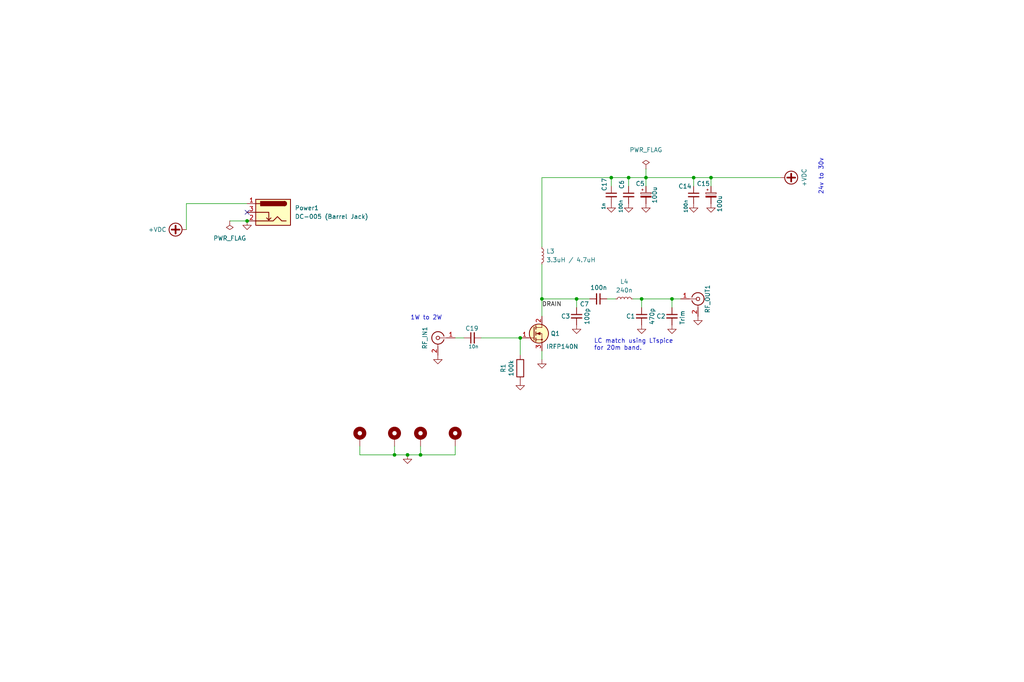
<source format=kicad_sch>
(kicad_sch (version 20230121) (generator eeschema)
  (paper "User" 299.999 200)
  (title_block (title "IRFP-TO-247-Single-Ended Hack Amp") (date "2023-09-20") (company "Author: Dhiru Kholia (VU3CER)") (comment 1 "We need better heat dissipation when doing 20W+"))
  (lib_symbols
    (symbol "+VDC_1" (power) (pin_names (offset 0))
      (property "Value" "+VDC_1" (at 0 6.35 0))
      (symbol "+VDC_1_0_1"
        (polyline (pts (xy -1.143 3.175) (xy 1.143 3.175)) (stroke (width 0.508)))
        (polyline (pts (xy 0 0) (xy 0 1.27)))
        (polyline (pts (xy 0 2.032) (xy 0 4.318)) (stroke (width 0.508)))
        (circle (center 0 3.175) (radius 1.905) (stroke (width 0.254)))
      )
      (symbol "+VDC_1_1_1"
        (pin power_in line (at 0 0 90) (length 0) hide (name "+VDC") (number "1"))
      )
    )
    (symbol "Connector:Barrel_Jack_Switch" (pin_names hide)
      (property "Reference" "J" (at 0 5.334 0))
      (property "Value" "Barrel_Jack_Switch" (at 0 -5.08 0))
      (symbol "Barrel_Jack_Switch_0_1"
        (rectangle (start -5.08 3.81) (end 5.08 -3.81) (stroke (width 0.254)) (fill (type background)))
        (arc (start -3.302 3.175) (mid -3.9343 2.54) (end -3.302 1.905) (stroke (width 0.254)))
        (arc (start -3.302 3.175) (mid -3.9343 2.54) (end -3.302 1.905) (stroke (width 0.254)) (fill (type outline)))
        (polyline (pts (xy 1.27 -2.286) (xy 1.905 -1.651)) (stroke (width 0.254)))
        (polyline (pts (xy 5.08 2.54) (xy 3.81 2.54)) (stroke (width 0.254)))
        (polyline (pts (xy 5.08 0) (xy 1.27 0) (xy 1.27 -2.286) (xy 0.635 -1.651)) (stroke (width 0.254)))
        (polyline (pts (xy -3.81 -2.54) (xy -2.54 -2.54) (xy -1.27 -1.27) (xy 0 -2.54) (xy 2.54 -2.54) (xy 5.08 -2.54)) (stroke (width 0.254)))
        (rectangle (start 3.683 3.175) (end -3.302 1.905) (stroke (width 0.254)) (fill (type outline)))
      )
      (symbol "Barrel_Jack_Switch_1_1"
        (pin passive line (at 7.62 2.54 180) (length 2.54) (name "~") (number "1"))
        (pin passive line (at 7.62 -2.54 180) (length 2.54) (name "~") (number "2"))
        (pin passive line (at 7.62 0 180) (length 2.54) (name "~") (number "3"))
      )
    )
    (symbol "Connector:Conn_Coaxial" (pin_names (offset 1.016) hide)
      (property "Reference" "J" (at 0.254 3.048 0))
      (property "Value" "Conn_Coaxial" (at 2.921 0 90))
      (symbol "Conn_Coaxial_0_1"
        (arc (start -1.778 -0.508) (mid 0.222 -1.808) (end 1.778 0) (stroke (width 0.254)))
        (polyline (pts (xy -2.54 0) (xy -0.508 0)))
        (polyline (pts (xy 0 -2.54) (xy 0 -1.778)))
        (circle (center 0 0) (radius 0.508) (stroke (width 0.2032)))
        (arc (start 1.778 0) (mid 0.222 1.8083) (end -1.778 0.508) (stroke (width 0.254)))
      )
      (symbol "Conn_Coaxial_1_1"
        (pin passive line (at -5.08 0 0) (length 2.54) (name "In") (number "1"))
        (pin passive line (at 0 -5.08 90) (length 2.54) (name "Ext") (number "2"))
      )
    )
    (symbol "Device:C_Polarized_Small" (pin_numbers hide) (pin_names (offset 0.254) hide)
      (property "Reference" "C" (at 0.254 1.778 0))
      (property "Value" "C_Polarized_Small" (at 0.254 -2.032 0))
      (symbol "C_Polarized_Small_0_1"
        (rectangle (start -1.524 -0.3048) (end 1.524 -0.6858) (fill (type outline)))
        (rectangle (start -1.524 0.6858) (end 1.524 0.3048))
        (polyline (pts (xy -1.27 1.524) (xy -0.762 1.524)))
        (polyline (pts (xy -1.016 1.27) (xy -1.016 1.778)))
      )
      (symbol "C_Polarized_Small_1_1"
        (pin passive line (at 0 2.54 270) (length 1.8542) (name "~") (number "1"))
        (pin passive line (at 0 -2.54 90) (length 1.8542) (name "~") (number "2"))
      )
    )
    (symbol "Device:C_Small" (pin_numbers hide) (pin_names (offset 0.254) hide)
      (property "Reference" "C" (at 0.254 1.778 0))
      (property "Value" "C_Small" (at 0.254 -2.032 0))
      (symbol "C_Small_0_1"
        (polyline (pts (xy -1.524 -0.508) (xy 1.524 -0.508)) (stroke (width 0.3302)))
        (polyline (pts (xy -1.524 0.508) (xy 1.524 0.508)) (stroke (width 0.3048)))
      )
      (symbol "C_Small_1_1"
        (pin passive line (at 0 2.54 270) (length 2.032) (name "~") (number "1"))
        (pin passive line (at 0 -2.54 90) (length 2.032) (name "~") (number "2"))
      )
    )
    (symbol "Device:L_Small" (pin_numbers hide) (pin_names (offset 0.254) hide)
      (property "Reference" "L" (at 0.762 1.016 0))
      (property "Value" "L_Small" (at 0.762 -1.016 0))
      (symbol "L_Small_0_1"
        (arc (start 0 -2.032) (mid 0.5058 -1.524) (end 0 -1.016))
        (arc (start 0 -1.016) (mid 0.5058 -0.508) (end 0 0))
        (arc (start 0 0) (mid 0.5058 0.508) (end 0 1.016))
        (arc (start 0 1.016) (mid 0.5058 1.524) (end 0 2.032))
      )
      (symbol "L_Small_1_1"
        (pin passive line (at 0 2.54 270) (length 0.508) (name "~") (number "1"))
        (pin passive line (at 0 -2.54 90) (length 0.508) (name "~") (number "2"))
      )
    )
    (symbol "Device:R" (pin_numbers hide) (pin_names (offset 0))
      (property "Reference" "R" (at 2.032 0 90))
      (property "Value" "R" (at 0 0 90))
      (symbol "R_0_1"
        (rectangle (start -1.016 -2.54) (end 1.016 2.54) (stroke (width 0.254)))
      )
      (symbol "R_1_1"
        (pin passive line (at 0 3.81 270) (length 1.27) (name "~") (number "1"))
        (pin passive line (at 0 -3.81 90) (length 1.27) (name "~") (number "2"))
      )
    )
    (symbol "Mechanical:MountingHole_Pad" (pin_numbers hide) (pin_names (offset 1.016) hide)
      (property "Reference" "H" (at 0 6.35 0))
      (property "Value" "MountingHole_Pad" (at 0 4.445 0))
      (symbol "MountingHole_Pad_0_1"
        (circle (center 0 1.27) (radius 1.27) (stroke (width 1.27)))
      )
      (symbol "MountingHole_Pad_1_1"
        (pin input line (at 0 -2.54 90) (length 2.54) (name "1") (number "1"))
      )
    )
    (symbol "PCM_Transistor_MOSFET_AKL:IRFP140N" (pin_names hide)
      (property "Reference" "Q" (at 5.08 1.27 0))
      (property "Value" "IRFP140N" (at 5.08 -1.27 0))
      (symbol "IRFP140N_0_1"
        (polyline (pts (xy 0.254 -1.27) (xy -2.54 -1.27)))
        (polyline (pts (xy 0.254 1.905) (xy 0.254 -1.905)) (stroke (width 0.254)))
        (polyline (pts (xy 0.762 -1.778) (xy 2.54 -1.778)))
        (polyline (pts (xy 0.762 -1.27) (xy 0.762 -2.286)) (stroke (width 0.254)))
        (polyline (pts (xy 0.762 0.508) (xy 0.762 -0.508)) (stroke (width 0.254)))
        (polyline (pts (xy 0.762 2.286) (xy 0.762 1.27)) (stroke (width 0.254)))
        (polyline (pts (xy 2.54 1.778) (xy 0.762 1.778)))
        (polyline (pts (xy 2.54 2.54) (xy 2.54 1.778)))
        (polyline (pts (xy 2.54 -2.54) (xy 2.54 0) (xy 0.762 0)))
        (polyline (pts (xy 1.016 0) (xy 2.032 0.381) (xy 2.032 -0.381) (xy 1.016 0)) (fill (type outline)))
        (circle (center 1.651 0) (radius 2.794) (stroke (width 0.254)) (fill (type background)))
        (circle (center 2.54 -1.778) (radius 0.1778) (fill (type outline)))
      )
      (symbol "IRFP140N_1_1"
        (pin input line (at -3.81 -1.27 0) (length 2.54) (name "G") (number "1"))
        (pin passive line (at 2.54 5.08 270) (length 2.54) (name "D") (number "2"))
        (pin passive line (at 2.54 -5.08 90) (length 2.54) (name "S") (number "3"))
      )
    )
    (symbol "power:+VDC" (power) (pin_names (offset 0))
      (property "Value" "+VDC" (at 0 6.35 0))
      (symbol "+VDC_0_1"
        (polyline (pts (xy -1.143 3.175) (xy 1.143 3.175)) (stroke (width 0.508)))
        (polyline (pts (xy 0 0) (xy 0 1.27)))
        (polyline (pts (xy 0 2.032) (xy 0 4.318)) (stroke (width 0.508)))
        (circle (center 0 3.175) (radius 1.905) (stroke (width 0.254)))
      )
      (symbol "+VDC_1_1"
        (pin power_in line (at 0 0 90) (length 0) hide (name "+VDC") (number "1"))
      )
    )
    (symbol "power:GND" (power) (pin_names (offset 0))
      (property "Value" "GND" (at 0 -3.81 0))
      (symbol "GND_0_1"
        (polyline (pts (xy 0 0) (xy 0 -1.27) (xy 1.27 -1.27) (xy 0 -2.54) (xy -1.27 -1.27) (xy 0 -1.27)))
      )
      (symbol "GND_1_1"
        (pin power_in line (at 0 0 270) (length 0) hide (name "GND") (number "1"))
      )
    )
    (symbol "power:PWR_FLAG" (power) (pin_numbers hide) (pin_names (offset 0) hide)
      (property "Value" "PWR_FLAG" (at 0 3.81 0))
      (symbol "PWR_FLAG_0_0"
        (pin power_out line (at 0 0 90) (length 0) (name "pwr") (number "1"))
      )
      (symbol "PWR_FLAG_0_1"
        (polyline (pts (xy 0 0) (xy 0 1.27) (xy -1.016 1.905) (xy 0 2.54) (xy 1.016 1.905) (xy 0 1.27)))
      )
    )
  )
  (junction (at 187.96 87.63))
  (junction (at 152.4 99.06))
  (junction (at 203.2 52.07))
  (junction (at 72.39 64.77))
  (junction (at 115.57 133.35))
  (junction (at 184.15 52.07))
  (junction (at 123.19 133.35))
  (junction (at 168.91 87.63))
  (junction (at 179.07 52.07))
  (junction (at 196.85 87.63))
  (junction (at 158.75 87.63))
  (junction (at 189.23 52.07))
  (junction (at 119.38 133.35))
  (junction (at 208.28 52.07))
  (no_connect (at 72.39 62.23))
  (wire (pts (xy 158.75 52.07) (xy 179.07 52.07)))
  (wire (pts (xy 196.85 87.63) (xy 199.39 87.63)))
  (wire (pts (xy 203.2 52.07) (xy 208.28 52.07)))
  (wire (pts (xy 177.8 87.63) (xy 180.34 87.63)))
  (wire (pts (xy 152.4 104.14) (xy 152.4 99.06)))
  (wire (pts (xy 133.35 133.35) (xy 133.35 130.81)))
  (wire (pts (xy 179.07 52.07) (xy 184.15 52.07)))
  (wire (pts (xy 184.15 52.07) (xy 184.15 54.61)))
  (wire (pts (xy 208.28 52.07) (xy 208.28 54.61)))
  (wire (pts (xy 54.61 59.69) (xy 54.61 67.31)))
  (wire (pts (xy 168.91 87.63) (xy 172.72 87.63)))
  (wire (pts (xy 54.61 59.69) (xy 72.39 59.69)))
  (wire (pts (xy 158.75 52.07) (xy 158.75 72.39)))
  (wire (pts (xy 105.41 133.35) (xy 115.57 133.35)))
  (wire (pts (xy 158.75 87.63) (xy 158.75 92.71)))
  (wire (pts (xy 158.75 105.41) (xy 158.75 102.87)))
  (wire (pts (xy 179.07 52.07) (xy 179.07 54.61)))
  (wire (pts (xy 115.57 130.81) (xy 115.57 133.35)))
  (wire (pts (xy 187.96 87.63) (xy 196.85 87.63)))
  (wire (pts (xy 189.23 52.07) (xy 189.23 54.61)))
  (wire (pts (xy 189.23 52.07) (xy 203.2 52.07)))
  (wire (pts (xy 105.41 130.81) (xy 105.41 133.35)))
  (wire (pts (xy 133.35 99.06) (xy 135.89 99.06)))
  (wire (pts (xy 158.75 87.63) (xy 168.91 87.63)))
  (wire (pts (xy 184.15 52.07) (xy 189.23 52.07)))
  (wire (pts (xy 67.31 64.77) (xy 72.39 64.77)))
  (wire (pts (xy 185.42 87.63) (xy 187.96 87.63)))
  (wire (pts (xy 196.85 87.63) (xy 196.85 90.17)))
  (wire (pts (xy 119.38 133.35) (xy 123.19 133.35)))
  (wire (pts (xy 123.19 133.35) (xy 133.35 133.35)))
  (wire (pts (xy 168.91 87.63) (xy 168.91 90.17)))
  (wire (pts (xy 208.28 52.07) (xy 228.6 52.07)))
  (wire (pts (xy 115.57 133.35) (xy 119.38 133.35)))
  (wire (pts (xy 187.96 87.63) (xy 187.96 90.17)))
  (wire (pts (xy 189.23 49.53) (xy 189.23 52.07)))
  (wire (pts (xy 158.75 77.47) (xy 158.75 87.63)))
  (wire (pts (xy 140.97 99.06) (xy 152.4 99.06)))
  (wire (pts (xy 203.2 52.07) (xy 203.2 54.61)))
  (wire (pts (xy 123.19 130.81) (xy 123.19 133.35)))
  (text "1W to 2W" (at 129.54 93.98 0) (effects (font (size 1.27 1.27)) (justify right bottom)))
  (text "LC match using LTspice\nfor 20m band." (at 173.99 102.87 0) (effects (font (size 1.27 1.27)) (justify left bottom)))
  (text "24v to 30v" (at 241.3 57.15 90) (effects (font (size 1.27 1.27)) (justify left bottom)))
  (label "DRAIN" (at 158.75 90.17 0))
  (symbol (lib_id "Device:C_Polarized_Small") (at 189.23 57.15 0) (unit 1)
    (property "Reference" "C5" (at 186.182 53.848 0) (effects (justify left)))
    (property "Value" "100u" (at 191.77 59.69 90) (effects (justify left)))
    (property "Footprint" "Capacitor_THT:CP_Radial_D5.0mm_P2.50mm" (effects hide))
  )
  (symbol (lib_id "Device:C_Small") (at 175.26 87.63 270) (unit 1)
    (property "Reference" "C7" (at 171.196 89.154 90))
    (property "Value" "100n" (at 175.387 84.328 90))
    (property "Footprint" "Capacitor_SMD:C_1206_3216Metric_Pad1.33x1.80mm_HandSolder" (effects hide))
  )
  (symbol (lib_id "power:+VDC") (at 54.61 67.31 90) (unit 1)
    (property "Reference" "#PWR0110" (effects hide))
    (property "Value" "+VDC" (at 48.7934 67.31 90) (effects (justify left)))
  )
  (symbol (lib_id "power:GND") (at 128.27 104.14 0) (unit 1)
    (property "Reference" "#PWR0106" (effects hide))
    (property "Value" "GND" (effects hide))
  )
  (symbol (lib_id "Device:C_Small") (at 184.15 57.15 0) (unit 1)
    (property "Reference" "C6" (at 182.118 54.102 90))
    (property "Value" "100n" (at 181.864 60.452 90) (effects (font (size 0.9906 0.9906))))
    (property "Footprint" "Capacitor_SMD:C_1206_3216Metric_Pad1.33x1.80mm_HandSolder" (effects hide))
  )
  (symbol (lib_id "power:PWR_FLAG") (at 189.23 49.53 0) (unit 1)
    (property "Reference" "#FLG01" (effects hide))
    (property "Value" "PWR_FLAG" (at 189.23 43.942 0))
  )
  (symbol (lib_name "+VDC_1") (lib_id "power:+VDC") (at 228.6 52.07 270) (unit 1)
    (property "Reference" "#PWR014" (effects hide))
    (property "Value" "+VDC" (at 235.585 52.07 0))
  )
  (symbol (lib_id "Device:C_Polarized_Small") (at 208.28 57.15 0) (unit 1)
    (property "Reference" "C15" (at 204.089 53.848 0) (effects (justify left)))
    (property "Value" "100u" (at 210.82 62.23 90) (effects (justify left)))
    (property "Footprint" "Capacitor_THT:CP_Radial_D5.0mm_P2.50mm" (effects hide))
  )
  (symbol (lib_id "Connector:Conn_Coaxial") (at 128.27 99.06 0) (mirror y) (unit 1)
    (property "Reference" "RF_IN1" (at 124.46 99.06 90))
    (property "Value" "SMA" (effects hide))
    (property "Footprint" "Connector_Coaxial:SMA_Samtec_SMA-J-P-X-ST-EM1_EdgeMount" (effects hide))
    (property "Datasheet" " ~" (effects hide))
  )
  (symbol (lib_id "Device:C_Small") (at 203.2 57.15 0) (unit 1)
    (property "Reference" "C14" (at 200.66 54.61 0))
    (property "Value" "100n" (at 200.914 60.452 90) (effects (font (size 0.9906 0.9906))))
    (property "Footprint" "Capacitor_SMD:C_1206_3216Metric_Pad1.33x1.80mm_HandSolder" (effects hide))
  )
  (symbol (lib_id "Device:R") (at 152.4 107.95 0) (unit 1)
    (property "Reference" "R1" (at 147.4216 107.95 90))
    (property "Value" "100k" (at 149.733 107.95 90))
    (property "Footprint" "Resistor_SMD:R_1206_3216Metric_Pad1.30x1.75mm_HandSolder" (effects hide))
  )
  (symbol (lib_id "power:GND") (at 189.23 59.69 0) (unit 1)
    (property "Reference" "#PWR0103" (effects hide))
    (property "Value" "GND" (effects hide))
  )
  (symbol (lib_id "Device:C_Small") (at 138.43 99.06 90) (unit 1)
    (property "Reference" "C19" (at 140.208 96.266 90) (effects (justify left)))
    (property "Value" "10n" (at 140.208 101.6 90) (effects (font (size 1 1)) (justify left)))
    (property "Footprint" "Capacitor_SMD:C_1206_3216Metric_Pad1.33x1.80mm_HandSolder" (effects hide))
  )
  (symbol (lib_id "power:GND") (at 204.47 92.71 0) (mirror y) (unit 1)
    (property "Reference" "#PWR04" (effects hide))
    (property "Value" "GND" (effects hide))
  )
  (symbol (lib_id "power:GND") (at 168.91 95.25 0) (mirror y) (unit 1)
    (property "Reference" "#PWR015" (effects hide))
    (property "Value" "GND" (effects hide))
  )
  (symbol (lib_id "power:GND") (at 72.39 64.77 0) (unit 1)
    (property "Reference" "#PWR019" (effects hide))
    (property "Value" "GNDPWR" (effects hide))
  )
  (symbol (lib_id "Connector:Conn_Coaxial") (at 204.47 87.63 0) (unit 1)
    (property "Reference" "RF_OUT1" (at 207.264 87.63 90))
    (property "Value" "SMA" (effects hide))
    (property "Footprint" "Connector_Coaxial:SMA_Samtec_SMA-J-P-X-ST-EM1_EdgeMount" (effects hide))
    (property "Datasheet" " ~" (effects hide))
  )
  (symbol (lib_id "Device:L_Small") (at 182.88 87.63 90) (unit 1)
    (property "Reference" "L4" (at 182.88 82.55 90))
    (property "Value" "240n" (at 182.88 85.09 90))
    (property "Footprint" "Inductor_THT:L_Toroid_Vertical_L10.0mm_W5.0mm_P5.08mm" (effects hide))
  )
  (symbol (lib_id "Device:L_Small") (at 158.75 74.93 0) (unit 1)
    (property "Reference" "L3" (at 160.02 73.66 0) (effects (justify left)))
    (property "Value" "3.3uH / 4.7uH" (at 160.02 76.2 0) (effects (justify left)))
    (property "Footprint" "Inductor_SMD:L_7.3x7.3_H3.5" (effects hide))
  )
  (symbol (lib_id "Mechanical:MountingHole_Pad") (at 123.19 128.27 0) (unit 1)
    (property "Reference" "H3" (effects hide))
    (property "Value" "MountingHole_Pad" (effects hide))
    (property "Footprint" "MountingHole:MountingHole_3.2mm_M3_Pad_Via" (effects hide))
  )
  (symbol (lib_id "power:GND") (at 196.85 95.25 0) (mirror y) (unit 1)
    (property "Reference" "#PWR05" (effects hide))
    (property "Value" "GND" (effects hide))
  )
  (symbol (lib_id "power:GND") (at 208.28 59.69 0) (unit 1)
    (property "Reference" "#PWR013" (effects hide))
    (property "Value" "GND" (effects hide))
  )
  (symbol (lib_id "Device:C_Small") (at 168.91 92.71 0) (unit 1)
    (property "Reference" "C3" (at 164.338 92.71 0) (effects (justify left)))
    (property "Value" "100p" (at 171.958 95.25 90) (effects (justify left)))
    (property "Footprint" "Capacitor_SMD:C_1206_3216Metric_Pad1.33x1.80mm_HandSolder" (effects hide))
    (property "Sim.Device" "SPICE" (effects hide))
    (property "Sim.Params" "type=\"\" model=\"100n\" lib=\"\"" (effects hide))
    (property "Sim.Pins" "1=1 2=2" (effects hide))
  )
  (symbol (lib_id "Device:C_Small") (at 187.96 92.71 0) (unit 1)
    (property "Reference" "C1" (at 183.388 92.71 0) (effects (justify left)))
    (property "Value" "470p" (at 191.008 95.25 90) (effects (justify left)))
    (property "Footprint" "Capacitor_SMD:C_1206_3216Metric_Pad1.33x1.80mm_HandSolder" (effects hide))
    (property "Sim.Device" "SPICE" (effects hide))
    (property "Sim.Params" "type=\"\" model=\"100n\" lib=\"\"" (effects hide))
    (property "Sim.Pins" "1=1 2=2" (effects hide))
  )
  (symbol (lib_id "Device:C_Small") (at 179.07 57.15 0) (unit 1)
    (property "Reference" "C17" (at 177.038 54.102 90))
    (property "Value" "1n" (at 176.784 60.452 90) (effects (font (size 0.9906 0.9906))))
    (property "Footprint" "Capacitor_SMD:C_1206_3216Metric_Pad1.33x1.80mm_HandSolder" (effects hide))
  )
  (symbol (lib_id "Mechanical:MountingHole_Pad") (at 115.57 128.27 0) (unit 1)
    (property "Reference" "H2" (effects hide))
    (property "Value" "MountingHole_Pad" (effects hide))
    (property "Footprint" "MountingHole:MountingHole_3.2mm_M3_Pad_Via" (effects hide))
  )
  (symbol (lib_id "Device:C_Small") (at 196.85 92.71 0) (unit 1)
    (property "Reference" "C2" (at 192.278 92.71 0) (effects (justify left)))
    (property "Value" "Trim" (at 199.898 95.25 90) (effects (justify left)))
    (property "Footprint" "Capacitor_SMD:C_1206_3216Metric_Pad1.33x1.80mm_HandSolder" (effects hide))
    (property "Sim.Device" "SPICE" (effects hide))
    (property "Sim.Params" "type=\"\" model=\"100n\" lib=\"\"" (effects hide))
    (property "Sim.Pins" "1=1 2=2" (effects hide))
  )
  (symbol (lib_id "power:GND") (at 119.38 133.35 0) (unit 1)
    (property "Reference" "#PWR01" (effects hide))
    (property "Value" "GNDPWR" (effects hide))
  )
  (symbol (lib_id "power:PWR_FLAG") (at 67.31 64.77 180) (unit 1)
    (property "Reference" "#FLG03" (effects hide))
    (property "Value" "PWR_FLAG" (at 67.31 69.85 0))
  )
  (symbol (lib_id "power:GND") (at 152.4 111.76 0) (unit 1)
    (property "Reference" "#PWR03" (effects hide))
    (property "Value" "GND" (effects hide))
  )
  (symbol (lib_id "Mechanical:MountingHole_Pad") (at 133.35 128.27 0) (mirror y) (unit 1)
    (property "Reference" "H4" (effects hide))
    (property "Value" "MountingHole_Pad" (effects hide))
    (property "Footprint" "MountingHole:MountingHole_3.2mm_M3_Pad_Via" (effects hide))
  )
  (symbol (lib_id "power:GND") (at 158.75 105.41 0) (unit 1)
    (property "Reference" "#PWR0116" (effects hide))
    (property "Value" "GND" (effects hide))
  )
  (symbol (lib_id "Connector:Barrel_Jack_Switch") (at 80.01 62.23 0) (mirror y) (unit 1)
    (property "Reference" "Power1" (at 86.36 60.9599 0) (effects (justify right)))
    (property "Value" "DC-005 (Barrel Jack)" (at 86.36 63.4999 0) (effects (justify right)))
    (property "Footprint" "footprints:XKB_DC-005-5A-2.0_Modded" (effects hide))
  )
  (symbol (lib_id "power:GND") (at 179.07 59.69 0) (unit 1)
    (property "Reference" "#PWR028" (effects hide))
    (property "Value" "GND" (effects hide))
  )
  (symbol (lib_id "power:GND") (at 203.2 59.69 0) (unit 1)
    (property "Reference" "#PWR012" (effects hide))
    (property "Value" "GND" (effects hide))
  )
  (symbol (lib_id "PCM_Transistor_MOSFET_AKL:IRFP140N") (at 156.21 97.79 0) (unit 1)
    (property "Reference" "Q1" (at 161.29 97.79 0) (effects (justify left)))
    (property "Value" "IRFP140N" (at 160.02 101.6 0) (effects (justify left)))
    (property "Footprint" "footprints:TO-247-3_Horizontal_TabDown_Modded" (effects hide))
    (property "Datasheet" "https://www.tme.eu/Document/9c8163ca806a5df3007149f1e0f1d3c4/irfp140n.pdf" (effects hide))
  )
  (symbol (lib_id "power:GND") (at 184.15 59.69 0) (unit 1)
    (property "Reference" "#PWR0105" (effects hide))
    (property "Value" "GND" (effects hide))
  )
  (symbol (lib_id "Mechanical:MountingHole_Pad") (at 105.41 128.27 0) (unit 1)
    (property "Reference" "H1" (effects hide))
    (property "Value" "MountingHole_Pad" (effects hide))
    (property "Footprint" "MountingHole:MountingHole_3.2mm_M3_Pad_Via" (effects hide))
  )
  (symbol (lib_id "power:GND") (at 187.96 95.25 0) (mirror y) (unit 1)
    (property "Reference" "#PWR02" (effects hide))
    (property "Value" "GND" (effects hide))
  )
)
</source>
